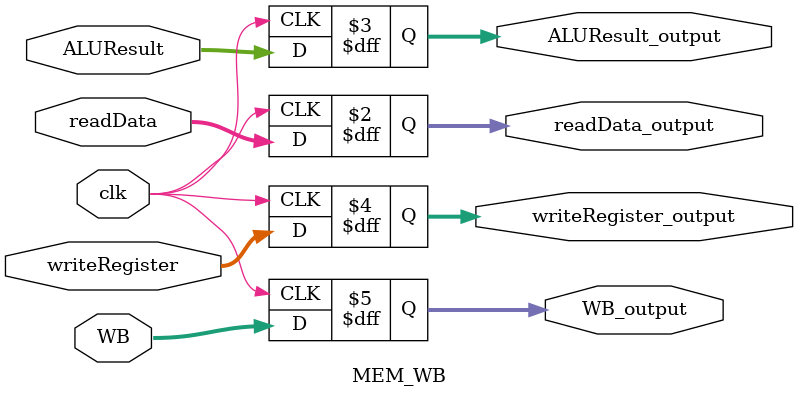
<source format=v>
module MEM_WB (WB_output, readData_output,ALUResult_output,writeRegister_output, WB,readData,ALUResult,writeRegister,clk);

input [1:0] WB;
input [31:0] readData,ALUResult;
input [4:0] writeRegister;
input clk;

output reg [31:0] readData_output,ALUResult_output;
output reg [4:0] writeRegister_output;
output reg [1:0] WB_output;

always @ (posedge clk)
begin
    readData_output <= readData;   
    writeRegister_output <= writeRegister;
    WB_output <= WB;
    ALUResult_output <= ALUResult;

    $display("%t MEM/WB: %b", $time, {WB_output,readData_output,ALUResult_output,writeRegister_output});

end
endmodule

// module MEM_WB_test;

// reg [1:0] WB;
// reg [31:0] readData,ALUResult;
// reg [4:0] writeRegister;
// reg clk;

// wire [31:0] readData_output,ALUResult_output;
// wire [4:0] writeRegister_output;
// wire [1:0] WB_output;

// MEM_WB testing (WB_output, readData_output,ALUResult_output,writeRegister_output, WB,readData,ALUResult,writeRegister,clk);
// initial begin
//   WB = 2'b11;
//   readData = 32'b00000000000000000000000000001111;
//   ALUResult =32'b00000000000000000000000000001011;
//   writeRegister = 5'b11111;
//   clk =1'b1;
// end
//         always@(readData_output) begin
//         $display("%s %d","readData_output",readData_output);
//          end
//         always@(ALUResult_output) begin
//         $display("%s %d","ALUResult output",ALUResult_output);
//          end
//         always@(writeRegister_output) begin
//         $display("%s %d","writeRegister output",writeRegister_output);
//          end
//         always@(WB_output) begin
//         $display("%s %d","WB output",WB_output);
//          end
// endmodule
</source>
